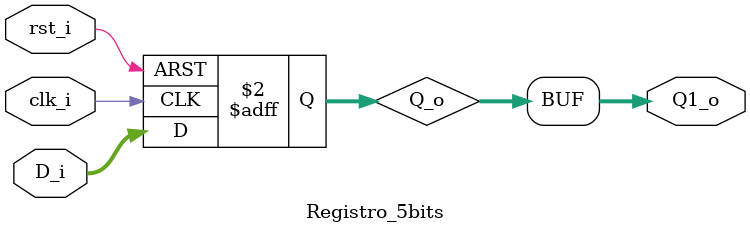
<source format=v>
`timescale 1ns / 1ps
module Registro_5bits(rst_i, clk_i,D_i,Q1_o);
input rst_i, clk_i;
input wire [4:0] D_i;
output wire [4:0] Q1_o;
reg [4:0] Q_o;


always @(posedge clk_i or posedge rst_i)
	if (rst_i)
		Q_o <= 5'b00000;
	else 
		if(clk_i)
		Q_o <= D_i;

assign Q1_o = Q_o;

endmodule 

</source>
